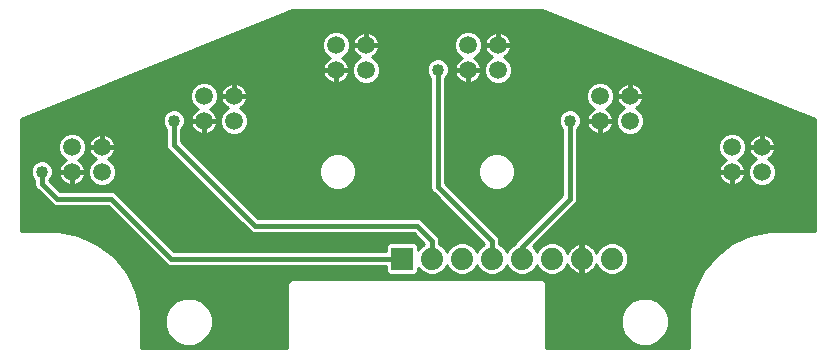
<source format=gbl>
G75*
G70*
%OFA0B0*%
%FSLAX24Y24*%
%IPPOS*%
%LPD*%
%AMOC8*
5,1,8,0,0,1.08239X$1,22.5*
%
%ADD10C,0.0594*%
%ADD11R,0.0740X0.0740*%
%ADD12C,0.0740*%
%ADD13C,0.0160*%
%ADD14C,0.0100*%
%ADD15C,0.0400*%
%ADD16C,0.0080*%
D10*
X008133Y010890D03*
X009133Y010890D03*
X009133Y011720D03*
X008133Y011720D03*
X012533Y012590D03*
X013533Y012590D03*
X013533Y013420D03*
X012533Y013420D03*
X016933Y014290D03*
X017933Y014290D03*
X017933Y015120D03*
X016933Y015120D03*
X021333Y015120D03*
X022333Y015120D03*
X022333Y014290D03*
X021333Y014290D03*
X025733Y013420D03*
X026733Y013420D03*
X026733Y012590D03*
X025733Y012590D03*
X030133Y011720D03*
X031133Y011720D03*
X031133Y010890D03*
X030133Y010890D03*
D11*
X019133Y008000D03*
D12*
X020133Y008000D03*
X021133Y008000D03*
X022133Y008000D03*
X023133Y008000D03*
X024133Y008000D03*
X025133Y008000D03*
X026133Y008000D03*
D13*
X024733Y010000D02*
X023133Y008400D01*
X023133Y008000D01*
X022133Y008000D02*
X022133Y008600D01*
X020333Y010400D01*
X020333Y014300D01*
X018633Y012600D02*
X014733Y012600D01*
X011533Y012600D02*
X011533Y011800D01*
X014233Y009100D01*
X019633Y009100D01*
X020133Y008600D01*
X020133Y008000D01*
X019133Y008000D02*
X011433Y008000D01*
X009433Y010000D01*
X007633Y010000D01*
X007133Y010500D01*
X007133Y010900D01*
X024733Y010000D02*
X024733Y012600D01*
D14*
X010453Y005811D02*
X010453Y005020D01*
X015313Y005020D01*
X015313Y007191D01*
X015442Y007320D01*
X023824Y007320D01*
X023953Y007191D01*
X023953Y005020D01*
X028713Y005020D01*
X028713Y005911D01*
X028712Y005913D01*
X028713Y006002D01*
X028713Y006091D01*
X028715Y006093D01*
X028719Y006339D01*
X028719Y006339D01*
X028880Y006988D01*
X028880Y006988D01*
X029182Y007586D01*
X029182Y007586D01*
X029608Y008102D01*
X029608Y008102D01*
X029608Y008102D01*
X030139Y008510D01*
X030139Y008510D01*
X030748Y008789D01*
X030748Y008789D01*
X031403Y008926D01*
X031735Y008920D01*
X032913Y008920D01*
X032913Y012651D01*
X023791Y016280D01*
X015476Y016280D01*
X006453Y012651D01*
X006453Y008920D01*
X007331Y008920D01*
X007675Y008926D01*
X007675Y008926D01*
X008353Y008784D01*
X008353Y008784D01*
X008981Y008495D01*
X008981Y008495D01*
X009530Y008073D01*
X009530Y008073D01*
X009530Y008073D01*
X009970Y007540D01*
X009970Y007540D01*
X010281Y006922D01*
X010281Y006922D01*
X010447Y006250D01*
X010447Y006250D01*
X010452Y005993D01*
X010453Y005991D01*
X010453Y005902D01*
X010455Y005813D01*
X010453Y005811D01*
X010453Y005785D02*
X011233Y005785D01*
X011233Y005741D02*
X011355Y005447D01*
X011580Y005222D01*
X011874Y005100D01*
X012192Y005100D01*
X012486Y005222D01*
X012711Y005447D01*
X012833Y005741D01*
X012833Y006059D01*
X012711Y006353D01*
X012486Y006578D01*
X012192Y006700D01*
X011874Y006700D01*
X011580Y006578D01*
X011355Y006353D01*
X011233Y006059D01*
X011233Y005741D01*
X011256Y005687D02*
X010453Y005687D01*
X010453Y005588D02*
X011297Y005588D01*
X011338Y005490D02*
X010453Y005490D01*
X010453Y005391D02*
X011411Y005391D01*
X011510Y005293D02*
X010453Y005293D01*
X010453Y005194D02*
X011647Y005194D01*
X012419Y005194D02*
X015313Y005194D01*
X015313Y005096D02*
X010453Y005096D01*
X010454Y005884D02*
X011233Y005884D01*
X011233Y005982D02*
X010453Y005982D01*
X010450Y006081D02*
X011242Y006081D01*
X011283Y006179D02*
X010448Y006179D01*
X010440Y006278D02*
X011324Y006278D01*
X011378Y006376D02*
X010416Y006376D01*
X010392Y006475D02*
X011477Y006475D01*
X011575Y006573D02*
X010367Y006573D01*
X010343Y006672D02*
X011806Y006672D01*
X012261Y006672D02*
X015313Y006672D01*
X015313Y006770D02*
X010319Y006770D01*
X010295Y006869D02*
X015313Y006869D01*
X015313Y006967D02*
X010259Y006967D01*
X010209Y007066D02*
X015313Y007066D01*
X015313Y007164D02*
X010159Y007164D01*
X010110Y007263D02*
X015385Y007263D01*
X015313Y006573D02*
X012492Y006573D01*
X012590Y006475D02*
X015313Y006475D01*
X015313Y006376D02*
X012689Y006376D01*
X012743Y006278D02*
X015313Y006278D01*
X015313Y006179D02*
X012784Y006179D01*
X012824Y006081D02*
X015313Y006081D01*
X015313Y005982D02*
X012833Y005982D01*
X012833Y005884D02*
X015313Y005884D01*
X015313Y005785D02*
X012833Y005785D01*
X012811Y005687D02*
X015313Y005687D01*
X015313Y005588D02*
X012770Y005588D01*
X012729Y005490D02*
X015313Y005490D01*
X015313Y005391D02*
X012656Y005391D01*
X012557Y005293D02*
X015313Y005293D01*
X018593Y007560D02*
X018693Y007460D01*
X019574Y007460D01*
X019673Y007560D01*
X019673Y007699D01*
X019676Y007694D01*
X019827Y007542D01*
X020026Y007460D01*
X020241Y007460D01*
X020439Y007542D01*
X020591Y007694D01*
X020633Y007796D01*
X020676Y007694D01*
X020827Y007542D01*
X021026Y007460D01*
X021241Y007460D01*
X021439Y007542D01*
X021591Y007694D01*
X021633Y007796D01*
X021676Y007694D01*
X021827Y007542D01*
X022026Y007460D01*
X022241Y007460D01*
X022439Y007542D01*
X022591Y007694D01*
X022633Y007796D01*
X022676Y007694D01*
X022827Y007542D01*
X023026Y007460D01*
X023241Y007460D01*
X023439Y007542D01*
X023591Y007694D01*
X023633Y007796D01*
X023676Y007694D01*
X023827Y007542D01*
X024026Y007460D01*
X024241Y007460D01*
X024439Y007542D01*
X024591Y007694D01*
X024644Y007822D01*
X024651Y007800D01*
X024689Y007727D01*
X024737Y007661D01*
X024795Y007603D01*
X024861Y007555D01*
X024934Y007518D01*
X025012Y007493D01*
X025083Y007481D01*
X025083Y007950D01*
X025183Y007950D01*
X025183Y007481D01*
X025255Y007493D01*
X025333Y007518D01*
X025406Y007555D01*
X025472Y007603D01*
X025530Y007661D01*
X025578Y007727D01*
X025615Y007800D01*
X025622Y007822D01*
X025676Y007694D01*
X025827Y007542D01*
X026026Y007460D01*
X026241Y007460D01*
X026439Y007542D01*
X026591Y007694D01*
X026673Y007893D01*
X026673Y008107D01*
X026591Y008306D01*
X026439Y008458D01*
X026241Y008540D01*
X026026Y008540D01*
X025827Y008458D01*
X025676Y008306D01*
X025622Y008178D01*
X025615Y008200D01*
X025578Y008273D01*
X025530Y008339D01*
X025472Y008397D01*
X025406Y008445D01*
X025333Y008482D01*
X025255Y008507D01*
X025183Y008519D01*
X025183Y008050D01*
X025083Y008050D01*
X025083Y008519D01*
X025012Y008507D01*
X024934Y008482D01*
X024861Y008445D01*
X024795Y008397D01*
X024737Y008339D01*
X024689Y008273D01*
X024651Y008200D01*
X024644Y008178D01*
X024591Y008306D01*
X024439Y008458D01*
X024241Y008540D01*
X024026Y008540D01*
X023827Y008458D01*
X023676Y008306D01*
X023633Y008204D01*
X023591Y008306D01*
X023492Y008405D01*
X024875Y009788D01*
X024945Y009858D01*
X024983Y009950D01*
X024983Y012327D01*
X025047Y012390D01*
X025103Y012526D01*
X025103Y012674D01*
X025047Y012810D01*
X024943Y012914D01*
X024807Y012970D01*
X024660Y012970D01*
X024524Y012914D01*
X024420Y012810D01*
X024363Y012674D01*
X024363Y012526D01*
X024420Y012390D01*
X024483Y012327D01*
X024483Y010104D01*
X022921Y008542D01*
X022899Y008487D01*
X022827Y008458D01*
X022676Y008306D01*
X022633Y008204D01*
X022591Y008306D01*
X022439Y008458D01*
X022383Y008481D01*
X022383Y008650D01*
X022345Y008742D01*
X022275Y008812D01*
X020583Y010504D01*
X020583Y014027D01*
X020647Y014090D01*
X020703Y014226D01*
X020703Y014374D01*
X020647Y014510D01*
X020543Y014614D01*
X020407Y014670D01*
X020260Y014670D01*
X020124Y014614D01*
X020020Y014510D01*
X019963Y014374D01*
X019963Y014226D01*
X020020Y014090D01*
X020083Y014027D01*
X020083Y010350D01*
X020121Y010258D01*
X020192Y010188D01*
X021883Y008496D01*
X021883Y008481D01*
X021827Y008458D01*
X021676Y008306D01*
X021633Y008204D01*
X021591Y008306D01*
X021439Y008458D01*
X021241Y008540D01*
X021026Y008540D01*
X020827Y008458D01*
X020676Y008306D01*
X020633Y008204D01*
X020591Y008306D01*
X020439Y008458D01*
X020383Y008481D01*
X020383Y008650D01*
X020345Y008742D01*
X020275Y008812D01*
X019775Y009312D01*
X019683Y009350D01*
X014337Y009350D01*
X011783Y011904D01*
X011783Y012327D01*
X011847Y012390D01*
X011903Y012526D01*
X011903Y012674D01*
X011847Y012810D01*
X011743Y012914D01*
X011607Y012970D01*
X011460Y012970D01*
X011324Y012914D01*
X011220Y012810D01*
X011163Y012674D01*
X011163Y012526D01*
X011220Y012390D01*
X011283Y012327D01*
X011283Y011750D01*
X011321Y011658D01*
X014092Y008888D01*
X014184Y008850D01*
X019530Y008850D01*
X019883Y008496D01*
X019883Y008481D01*
X019827Y008458D01*
X019676Y008306D01*
X019673Y008301D01*
X019673Y008440D01*
X019574Y008540D01*
X018693Y008540D01*
X018593Y008440D01*
X018593Y008250D01*
X011537Y008250D01*
X009575Y010212D01*
X009483Y010250D01*
X009384Y010250D01*
X007737Y010250D01*
X007383Y010604D01*
X007383Y010627D01*
X007447Y010690D01*
X007503Y010826D01*
X007503Y010974D01*
X007447Y011110D01*
X007343Y011214D01*
X007207Y011270D01*
X007060Y011270D01*
X006924Y011214D01*
X006820Y011110D01*
X006763Y010974D01*
X006763Y010826D01*
X006820Y010690D01*
X006883Y010627D01*
X006883Y010450D01*
X006921Y010358D01*
X006992Y010288D01*
X007492Y009788D01*
X007584Y009750D01*
X009330Y009750D01*
X011292Y007788D01*
X011384Y007750D01*
X018593Y007750D01*
X018593Y007560D01*
X018595Y007558D02*
X009955Y007558D01*
X010011Y007460D02*
X029118Y007460D01*
X029167Y007558D02*
X026455Y007558D01*
X026554Y007657D02*
X029240Y007657D01*
X029321Y007755D02*
X026616Y007755D01*
X026657Y007854D02*
X029403Y007854D01*
X029484Y007952D02*
X026673Y007952D01*
X026673Y008051D02*
X029566Y008051D01*
X029670Y008149D02*
X026656Y008149D01*
X026615Y008248D02*
X029798Y008248D01*
X029926Y008346D02*
X026551Y008346D01*
X026452Y008445D02*
X030055Y008445D01*
X030212Y008543D02*
X023630Y008543D01*
X023728Y008642D02*
X030426Y008642D01*
X030641Y008740D02*
X023827Y008740D01*
X023925Y008839D02*
X030984Y008839D01*
X031403Y008926D02*
X031403Y008926D01*
X032913Y008937D02*
X024024Y008937D01*
X024122Y009036D02*
X032913Y009036D01*
X032913Y009134D02*
X024221Y009134D01*
X024319Y009233D02*
X032913Y009233D01*
X032913Y009331D02*
X024418Y009331D01*
X024516Y009430D02*
X032913Y009430D01*
X032913Y009528D02*
X024615Y009528D01*
X024713Y009627D02*
X032913Y009627D01*
X032913Y009725D02*
X024812Y009725D01*
X024910Y009824D02*
X032913Y009824D01*
X032913Y009922D02*
X024972Y009922D01*
X024983Y010021D02*
X032913Y010021D01*
X032913Y010119D02*
X024983Y010119D01*
X024983Y010218D02*
X032913Y010218D01*
X032913Y010316D02*
X024983Y010316D01*
X024983Y010415D02*
X032913Y010415D01*
X032913Y010513D02*
X031417Y010513D01*
X031398Y010494D02*
X031529Y010625D01*
X031600Y010797D01*
X031600Y010983D01*
X031529Y011155D01*
X031398Y011286D01*
X031326Y011316D01*
X031368Y011338D01*
X031425Y011379D01*
X031474Y011429D01*
X031516Y011486D01*
X031548Y011548D01*
X031569Y011615D01*
X031580Y011681D01*
X031172Y011681D01*
X031172Y011759D01*
X031095Y011759D01*
X031095Y012167D01*
X031029Y012156D01*
X030962Y012134D01*
X030899Y012102D01*
X030842Y012061D01*
X030792Y012011D01*
X030751Y011954D01*
X030719Y011892D01*
X030568Y011892D01*
X030600Y011813D02*
X030529Y011985D01*
X030398Y012116D01*
X030226Y012187D01*
X030040Y012187D01*
X029869Y012116D01*
X029737Y011985D01*
X029666Y011813D01*
X029666Y011627D01*
X029737Y011455D01*
X029869Y011324D01*
X029941Y011294D01*
X029899Y011272D01*
X029842Y011231D01*
X029792Y011181D01*
X029751Y011124D01*
X029719Y011062D01*
X029697Y010995D01*
X029687Y010929D01*
X030095Y010929D01*
X030095Y010851D01*
X030172Y010851D01*
X030172Y010443D01*
X030238Y010454D01*
X030305Y010476D01*
X030368Y010508D01*
X030425Y010549D01*
X030474Y010599D01*
X030516Y010656D01*
X030548Y010718D01*
X030569Y010785D01*
X030580Y010851D01*
X030172Y010851D01*
X030172Y010929D01*
X030580Y010929D01*
X030569Y010995D01*
X030548Y011062D01*
X030516Y011124D01*
X030474Y011181D01*
X030425Y011231D01*
X030368Y011272D01*
X030326Y011294D01*
X030398Y011324D01*
X030529Y011455D01*
X030600Y011627D01*
X030600Y011813D01*
X030600Y011794D02*
X030692Y011794D01*
X030697Y011825D02*
X030687Y011759D01*
X031095Y011759D01*
X031095Y011681D01*
X030687Y011681D01*
X030697Y011615D01*
X030719Y011548D01*
X030751Y011486D01*
X030792Y011429D01*
X030842Y011379D01*
X030899Y011338D01*
X030941Y011316D01*
X030869Y011286D01*
X030737Y011155D01*
X030666Y010983D01*
X030666Y010797D01*
X030737Y010625D01*
X030869Y010494D01*
X031040Y010423D01*
X031226Y010423D01*
X031398Y010494D01*
X031516Y010612D02*
X032913Y010612D01*
X032913Y010710D02*
X031564Y010710D01*
X031600Y010809D02*
X032913Y010809D01*
X032913Y010907D02*
X031600Y010907D01*
X031591Y011006D02*
X032913Y011006D01*
X032913Y011104D02*
X031550Y011104D01*
X031481Y011203D02*
X032913Y011203D01*
X032913Y011301D02*
X031362Y011301D01*
X031445Y011400D02*
X032913Y011400D01*
X032913Y011498D02*
X031522Y011498D01*
X031563Y011597D02*
X032913Y011597D01*
X032913Y011695D02*
X031172Y011695D01*
X031172Y011759D02*
X031580Y011759D01*
X031569Y011825D01*
X031548Y011892D01*
X031516Y011954D01*
X031474Y012011D01*
X031425Y012061D01*
X031368Y012102D01*
X031305Y012134D01*
X031238Y012156D01*
X031172Y012167D01*
X031172Y011759D01*
X031172Y011794D02*
X031095Y011794D01*
X031095Y011892D02*
X031172Y011892D01*
X031172Y011991D02*
X031095Y011991D01*
X031095Y012089D02*
X031172Y012089D01*
X031386Y012089D02*
X032913Y012089D01*
X032913Y011991D02*
X031490Y011991D01*
X031548Y011892D02*
X032913Y011892D01*
X032913Y011794D02*
X031574Y011794D01*
X031095Y011695D02*
X030600Y011695D01*
X030588Y011597D02*
X030703Y011597D01*
X030745Y011498D02*
X030547Y011498D01*
X030474Y011400D02*
X030821Y011400D01*
X030905Y011301D02*
X030343Y011301D01*
X030453Y011203D02*
X030785Y011203D01*
X030716Y011104D02*
X030526Y011104D01*
X030566Y011006D02*
X030676Y011006D01*
X030666Y010907D02*
X030172Y010907D01*
X030095Y010907D02*
X024983Y010907D01*
X024983Y010809D02*
X029693Y010809D01*
X029697Y010785D02*
X029719Y010718D01*
X029751Y010656D01*
X029792Y010599D01*
X029842Y010549D01*
X029899Y010508D01*
X029962Y010476D01*
X030029Y010454D01*
X030095Y010443D01*
X030095Y010851D01*
X029687Y010851D01*
X029697Y010785D01*
X029723Y010710D02*
X024983Y010710D01*
X024983Y010612D02*
X029783Y010612D01*
X029891Y010513D02*
X024983Y010513D01*
X024483Y010513D02*
X022773Y010513D01*
X022809Y010549D02*
X022635Y010374D01*
X022407Y010280D01*
X022160Y010280D01*
X021932Y010374D01*
X021758Y010549D01*
X021663Y010777D01*
X021663Y011023D01*
X021758Y011251D01*
X021932Y011426D01*
X022160Y011520D01*
X022407Y011520D01*
X022635Y011426D01*
X022809Y011251D01*
X022903Y011023D01*
X022903Y010777D01*
X022809Y010549D01*
X022835Y010612D02*
X024483Y010612D01*
X024483Y010710D02*
X022876Y010710D01*
X022903Y010809D02*
X024483Y010809D01*
X024483Y010907D02*
X022903Y010907D01*
X022903Y011006D02*
X024483Y011006D01*
X024483Y011104D02*
X022870Y011104D01*
X022829Y011203D02*
X024483Y011203D01*
X024483Y011301D02*
X022759Y011301D01*
X022661Y011400D02*
X024483Y011400D01*
X024483Y011498D02*
X022460Y011498D01*
X022107Y011498D02*
X020583Y011498D01*
X020583Y011400D02*
X021906Y011400D01*
X021808Y011301D02*
X020583Y011301D01*
X020583Y011203D02*
X021738Y011203D01*
X021697Y011104D02*
X020583Y011104D01*
X020583Y011006D02*
X021663Y011006D01*
X021663Y010907D02*
X020583Y010907D01*
X020583Y010809D02*
X021663Y010809D01*
X021691Y010710D02*
X020583Y010710D01*
X020583Y010612D02*
X021732Y010612D01*
X021794Y010513D02*
X020583Y010513D01*
X020672Y010415D02*
X021892Y010415D01*
X022073Y010316D02*
X020771Y010316D01*
X020869Y010218D02*
X024483Y010218D01*
X024483Y010316D02*
X022494Y010316D01*
X022675Y010415D02*
X024483Y010415D01*
X024483Y010119D02*
X020968Y010119D01*
X021066Y010021D02*
X024400Y010021D01*
X024302Y009922D02*
X021165Y009922D01*
X021263Y009824D02*
X024203Y009824D01*
X024105Y009725D02*
X021362Y009725D01*
X021460Y009627D02*
X024006Y009627D01*
X023908Y009528D02*
X021559Y009528D01*
X021657Y009430D02*
X023809Y009430D01*
X023711Y009331D02*
X021756Y009331D01*
X021854Y009233D02*
X023612Y009233D01*
X023514Y009134D02*
X021953Y009134D01*
X022051Y009036D02*
X023415Y009036D01*
X023317Y008937D02*
X022150Y008937D01*
X022248Y008839D02*
X023218Y008839D01*
X023120Y008740D02*
X022346Y008740D01*
X022383Y008642D02*
X023021Y008642D01*
X022923Y008543D02*
X022383Y008543D01*
X022452Y008445D02*
X022814Y008445D01*
X022716Y008346D02*
X022551Y008346D01*
X022615Y008248D02*
X022651Y008248D01*
X021814Y008445D02*
X021452Y008445D01*
X021551Y008346D02*
X021716Y008346D01*
X021651Y008248D02*
X021615Y008248D01*
X021837Y008543D02*
X020383Y008543D01*
X020383Y008642D02*
X021738Y008642D01*
X021640Y008740D02*
X020346Y008740D01*
X020248Y008839D02*
X021541Y008839D01*
X021443Y008937D02*
X020150Y008937D01*
X020051Y009036D02*
X021344Y009036D01*
X021246Y009134D02*
X019953Y009134D01*
X019854Y009233D02*
X021147Y009233D01*
X021049Y009331D02*
X019729Y009331D01*
X019541Y008839D02*
X010948Y008839D01*
X010850Y008937D02*
X014043Y008937D01*
X013944Y009036D02*
X010751Y009036D01*
X010653Y009134D02*
X013846Y009134D01*
X013747Y009233D02*
X010554Y009233D01*
X010456Y009331D02*
X013649Y009331D01*
X013550Y009430D02*
X010357Y009430D01*
X010259Y009528D02*
X013452Y009528D01*
X013353Y009627D02*
X010160Y009627D01*
X010062Y009725D02*
X013255Y009725D01*
X013156Y009824D02*
X009963Y009824D01*
X009865Y009922D02*
X013058Y009922D01*
X012959Y010021D02*
X009766Y010021D01*
X009668Y010119D02*
X012861Y010119D01*
X012762Y010218D02*
X009561Y010218D01*
X009398Y010494D02*
X009226Y010423D01*
X009040Y010423D01*
X008869Y010494D01*
X008737Y010625D01*
X008666Y010797D01*
X008666Y010983D01*
X008737Y011155D01*
X008869Y011286D01*
X008941Y011316D01*
X008899Y011338D01*
X008842Y011379D01*
X008792Y011429D01*
X008751Y011486D01*
X008719Y011548D01*
X008697Y011615D01*
X008687Y011681D01*
X009095Y011681D01*
X009095Y011759D01*
X009095Y012167D01*
X009029Y012156D01*
X008962Y012134D01*
X008899Y012102D01*
X008842Y012061D01*
X008792Y012011D01*
X008751Y011954D01*
X008719Y011892D01*
X008568Y011892D01*
X008600Y011813D02*
X008529Y011985D01*
X008398Y012116D01*
X008226Y012187D01*
X008040Y012187D01*
X007869Y012116D01*
X007737Y011985D01*
X007666Y011813D01*
X007666Y011627D01*
X007737Y011455D01*
X007869Y011324D01*
X007941Y011294D01*
X007899Y011272D01*
X007842Y011231D01*
X007792Y011181D01*
X007751Y011124D01*
X007719Y011062D01*
X007697Y010995D01*
X007687Y010929D01*
X008095Y010929D01*
X008095Y010851D01*
X008172Y010851D01*
X008172Y010443D01*
X008238Y010454D01*
X008305Y010476D01*
X008368Y010508D01*
X008425Y010549D01*
X008474Y010599D01*
X008516Y010656D01*
X008548Y010718D01*
X008569Y010785D01*
X008580Y010851D01*
X008172Y010851D01*
X008172Y010929D01*
X008580Y010929D01*
X008569Y010995D01*
X008548Y011062D01*
X008516Y011124D01*
X008474Y011181D01*
X008425Y011231D01*
X008368Y011272D01*
X008326Y011294D01*
X008398Y011324D01*
X008529Y011455D01*
X008600Y011627D01*
X008600Y011813D01*
X008600Y011794D02*
X008692Y011794D01*
X008697Y011825D02*
X008687Y011759D01*
X009095Y011759D01*
X009172Y011759D01*
X009172Y012167D01*
X009238Y012156D01*
X009305Y012134D01*
X009368Y012102D01*
X009425Y012061D01*
X009474Y012011D01*
X009516Y011954D01*
X009548Y011892D01*
X009569Y011825D01*
X009580Y011759D01*
X009172Y011759D01*
X009172Y011681D01*
X009580Y011681D01*
X009569Y011615D01*
X009548Y011548D01*
X009516Y011486D01*
X009474Y011429D01*
X009425Y011379D01*
X009368Y011338D01*
X009326Y011316D01*
X009398Y011286D01*
X009529Y011155D01*
X009600Y010983D01*
X009600Y010797D01*
X009529Y010625D01*
X009398Y010494D01*
X009417Y010513D02*
X012467Y010513D01*
X012565Y010415D02*
X007572Y010415D01*
X007474Y010513D02*
X007891Y010513D01*
X007899Y010508D02*
X007962Y010476D01*
X008029Y010454D01*
X008095Y010443D01*
X008095Y010851D01*
X007687Y010851D01*
X007697Y010785D01*
X007719Y010718D01*
X007751Y010656D01*
X007792Y010599D01*
X007842Y010549D01*
X007899Y010508D01*
X007783Y010612D02*
X007383Y010612D01*
X007455Y010710D02*
X007723Y010710D01*
X007693Y010809D02*
X007496Y010809D01*
X007503Y010907D02*
X008095Y010907D01*
X008172Y010907D02*
X008666Y010907D01*
X008666Y010809D02*
X008573Y010809D01*
X008543Y010710D02*
X008702Y010710D01*
X008751Y010612D02*
X008484Y010612D01*
X008375Y010513D02*
X008850Y010513D01*
X008172Y010513D02*
X008095Y010513D01*
X008095Y010612D02*
X008172Y010612D01*
X008172Y010710D02*
X008095Y010710D01*
X008095Y010809D02*
X008172Y010809D01*
X008566Y011006D02*
X008676Y011006D01*
X008716Y011104D02*
X008526Y011104D01*
X008453Y011203D02*
X008785Y011203D01*
X008905Y011301D02*
X008343Y011301D01*
X008474Y011400D02*
X008821Y011400D01*
X008745Y011498D02*
X008547Y011498D01*
X008588Y011597D02*
X008703Y011597D01*
X008600Y011695D02*
X009095Y011695D01*
X009172Y011695D02*
X011306Y011695D01*
X011283Y011794D02*
X009574Y011794D01*
X009548Y011892D02*
X011283Y011892D01*
X011283Y011991D02*
X009490Y011991D01*
X009386Y012089D02*
X011283Y012089D01*
X011283Y012188D02*
X006453Y012188D01*
X006453Y012286D02*
X011283Y012286D01*
X011226Y012385D02*
X006453Y012385D01*
X006453Y012483D02*
X011181Y012483D01*
X011163Y012582D02*
X006453Y012582D01*
X006525Y012680D02*
X011166Y012680D01*
X011207Y012779D02*
X006770Y012779D01*
X007014Y012877D02*
X011287Y012877D01*
X011780Y012877D02*
X012189Y012877D01*
X012192Y012881D02*
X012151Y012824D01*
X012119Y012762D01*
X012097Y012695D01*
X012087Y012629D01*
X012495Y012629D01*
X012495Y012551D01*
X012572Y012551D01*
X012572Y012143D01*
X012638Y012154D01*
X012705Y012176D01*
X012768Y012208D01*
X012825Y012249D01*
X012874Y012299D01*
X012916Y012356D01*
X012948Y012418D01*
X012969Y012485D01*
X012980Y012551D01*
X012572Y012551D01*
X012572Y012629D01*
X012980Y012629D01*
X012969Y012695D01*
X012948Y012762D01*
X012916Y012824D01*
X012874Y012881D01*
X012825Y012931D01*
X012768Y012972D01*
X012726Y012994D01*
X012798Y013024D01*
X012929Y013155D01*
X013000Y013327D01*
X013000Y013513D01*
X012929Y013685D01*
X012798Y013816D01*
X012626Y013887D01*
X012440Y013887D01*
X012269Y013816D01*
X012137Y013685D01*
X012066Y013513D01*
X012066Y013327D01*
X012137Y013155D01*
X012269Y013024D01*
X012341Y012994D01*
X012299Y012972D01*
X012242Y012931D01*
X012192Y012881D01*
X012128Y012779D02*
X011860Y012779D01*
X011901Y012680D02*
X012095Y012680D01*
X012087Y012551D02*
X012097Y012485D01*
X012119Y012418D01*
X012151Y012356D01*
X012192Y012299D01*
X012242Y012249D01*
X012299Y012208D01*
X012362Y012176D01*
X012429Y012154D01*
X012495Y012143D01*
X012495Y012551D01*
X012087Y012551D01*
X012098Y012483D02*
X011885Y012483D01*
X011903Y012582D02*
X012495Y012582D01*
X012572Y012582D02*
X013066Y012582D01*
X013066Y012497D02*
X013137Y012325D01*
X013269Y012194D01*
X013440Y012123D01*
X013626Y012123D01*
X013798Y012194D01*
X013929Y012325D01*
X014000Y012497D01*
X014000Y012683D01*
X013929Y012855D01*
X013798Y012986D01*
X013726Y013016D01*
X013768Y013038D01*
X013825Y013079D01*
X013874Y013129D01*
X013916Y013186D01*
X013948Y013248D01*
X013969Y013315D01*
X013980Y013381D01*
X013572Y013381D01*
X013572Y013459D01*
X013495Y013459D01*
X013495Y013867D01*
X013429Y013856D01*
X013362Y013834D01*
X013299Y013802D01*
X013242Y013761D01*
X013192Y013711D01*
X013151Y013654D01*
X013119Y013592D01*
X013097Y013525D01*
X013087Y013459D01*
X013495Y013459D01*
X013495Y013381D01*
X013087Y013381D01*
X013097Y013315D01*
X013119Y013248D01*
X013151Y013186D01*
X013192Y013129D01*
X013242Y013079D01*
X013299Y013038D01*
X013341Y013016D01*
X013269Y012986D01*
X013137Y012855D01*
X013066Y012683D01*
X013066Y012497D01*
X013072Y012483D02*
X012969Y012483D01*
X012930Y012385D02*
X013113Y012385D01*
X013177Y012286D02*
X012862Y012286D01*
X012728Y012188D02*
X013284Y012188D01*
X012572Y012188D02*
X012495Y012188D01*
X012495Y012286D02*
X012572Y012286D01*
X012572Y012385D02*
X012495Y012385D01*
X012495Y012483D02*
X012572Y012483D01*
X012338Y012188D02*
X011783Y012188D01*
X011783Y012286D02*
X012205Y012286D01*
X012136Y012385D02*
X011841Y012385D01*
X011783Y012089D02*
X020083Y012089D01*
X020083Y011991D02*
X011783Y011991D01*
X011795Y011892D02*
X020083Y011892D01*
X020083Y011794D02*
X011893Y011794D01*
X011992Y011695D02*
X020083Y011695D01*
X020083Y011597D02*
X012090Y011597D01*
X012189Y011498D02*
X016807Y011498D01*
X016860Y011520D02*
X016632Y011426D01*
X016458Y011251D01*
X016363Y011023D01*
X016363Y010777D01*
X016458Y010549D01*
X016632Y010374D01*
X016860Y010280D01*
X017107Y010280D01*
X017335Y010374D01*
X017509Y010549D01*
X017603Y010777D01*
X017603Y011023D01*
X017509Y011251D01*
X017335Y011426D01*
X017107Y011520D01*
X016860Y011520D01*
X016606Y011400D02*
X012287Y011400D01*
X012386Y011301D02*
X016508Y011301D01*
X016438Y011203D02*
X012484Y011203D01*
X012583Y011104D02*
X016397Y011104D01*
X016363Y011006D02*
X012681Y011006D01*
X012780Y010907D02*
X016363Y010907D01*
X016363Y010809D02*
X012878Y010809D01*
X012977Y010710D02*
X016391Y010710D01*
X016432Y010612D02*
X013075Y010612D01*
X013174Y010513D02*
X016494Y010513D01*
X016592Y010415D02*
X013272Y010415D01*
X013371Y010316D02*
X016773Y010316D01*
X017194Y010316D02*
X020098Y010316D01*
X020083Y010415D02*
X017375Y010415D01*
X017473Y010513D02*
X020083Y010513D01*
X020083Y010612D02*
X017535Y010612D01*
X017576Y010710D02*
X020083Y010710D01*
X020083Y010809D02*
X017603Y010809D01*
X017603Y010907D02*
X020083Y010907D01*
X020083Y011006D02*
X017603Y011006D01*
X017570Y011104D02*
X020083Y011104D01*
X020083Y011203D02*
X017529Y011203D01*
X017459Y011301D02*
X020083Y011301D01*
X020083Y011400D02*
X017361Y011400D01*
X017160Y011498D02*
X020083Y011498D01*
X020583Y011597D02*
X024483Y011597D01*
X024483Y011695D02*
X020583Y011695D01*
X020583Y011794D02*
X024483Y011794D01*
X024483Y011892D02*
X020583Y011892D01*
X020583Y011991D02*
X024483Y011991D01*
X024483Y012089D02*
X020583Y012089D01*
X020583Y012188D02*
X024483Y012188D01*
X024483Y012286D02*
X020583Y012286D01*
X020583Y012385D02*
X024426Y012385D01*
X024381Y012483D02*
X020583Y012483D01*
X020583Y012582D02*
X024363Y012582D01*
X024366Y012680D02*
X020583Y012680D01*
X020583Y012779D02*
X024407Y012779D01*
X024487Y012877D02*
X020583Y012877D01*
X020583Y012976D02*
X025505Y012976D01*
X025499Y012972D02*
X025442Y012931D01*
X025392Y012881D01*
X025351Y012824D01*
X025319Y012762D01*
X025297Y012695D01*
X025287Y012629D01*
X025695Y012629D01*
X025695Y012551D01*
X025772Y012551D01*
X025772Y012143D01*
X025838Y012154D01*
X025905Y012176D01*
X025968Y012208D01*
X026025Y012249D01*
X026074Y012299D01*
X026116Y012356D01*
X026148Y012418D01*
X026169Y012485D01*
X026180Y012551D01*
X025772Y012551D01*
X025772Y012629D01*
X026180Y012629D01*
X026169Y012695D01*
X026148Y012762D01*
X026116Y012824D01*
X026074Y012881D01*
X026025Y012931D01*
X025968Y012972D01*
X025926Y012994D01*
X025998Y013024D01*
X026129Y013155D01*
X026200Y013327D01*
X026200Y013513D01*
X026129Y013685D01*
X025998Y013816D01*
X025826Y013887D01*
X025640Y013887D01*
X025469Y013816D01*
X025337Y013685D01*
X025266Y013513D01*
X025266Y013327D01*
X025337Y013155D01*
X025469Y013024D01*
X025541Y012994D01*
X025499Y012972D01*
X025419Y013074D02*
X020583Y013074D01*
X020583Y013173D02*
X025330Y013173D01*
X025289Y013271D02*
X020583Y013271D01*
X020583Y013370D02*
X025266Y013370D01*
X025266Y013468D02*
X020583Y013468D01*
X020583Y013567D02*
X025288Y013567D01*
X025329Y013665D02*
X020583Y013665D01*
X020583Y013764D02*
X025416Y013764D01*
X025580Y013862D02*
X022521Y013862D01*
X022598Y013894D02*
X022729Y014025D01*
X022800Y014197D01*
X022800Y014383D01*
X022729Y014555D01*
X022598Y014686D01*
X022526Y014716D01*
X022568Y014738D01*
X022625Y014779D01*
X022674Y014829D01*
X022716Y014886D01*
X022748Y014948D01*
X022769Y015015D01*
X022780Y015081D01*
X022372Y015081D01*
X022372Y015159D01*
X022295Y015159D01*
X022295Y015567D01*
X022229Y015556D01*
X022162Y015534D01*
X022099Y015502D01*
X022042Y015461D01*
X021992Y015411D01*
X021951Y015354D01*
X021919Y015292D01*
X021897Y015225D01*
X021887Y015159D01*
X022295Y015159D01*
X022295Y015081D01*
X021887Y015081D01*
X021897Y015015D01*
X021919Y014948D01*
X021951Y014886D01*
X021992Y014829D01*
X022042Y014779D01*
X022099Y014738D01*
X022141Y014716D01*
X022069Y014686D01*
X021937Y014555D01*
X021866Y014383D01*
X021866Y014197D01*
X021937Y014025D01*
X022069Y013894D01*
X022240Y013823D01*
X022426Y013823D01*
X022598Y013894D01*
X022665Y013961D02*
X029621Y013961D01*
X029374Y014059D02*
X022743Y014059D01*
X022784Y014158D02*
X029126Y014158D01*
X028878Y014256D02*
X022800Y014256D01*
X022800Y014355D02*
X028631Y014355D01*
X028383Y014453D02*
X022771Y014453D01*
X022731Y014552D02*
X028136Y014552D01*
X027888Y014650D02*
X022634Y014650D01*
X022583Y014749D02*
X027641Y014749D01*
X027393Y014847D02*
X022688Y014847D01*
X022746Y014946D02*
X027145Y014946D01*
X026898Y015044D02*
X022774Y015044D01*
X022780Y015159D02*
X022769Y015225D01*
X022748Y015292D01*
X022716Y015354D01*
X022674Y015411D01*
X022625Y015461D01*
X022568Y015502D01*
X022505Y015534D01*
X022438Y015556D01*
X022372Y015567D01*
X022372Y015159D01*
X022780Y015159D01*
X022764Y015241D02*
X026403Y015241D01*
X026650Y015143D02*
X022372Y015143D01*
X022295Y015143D02*
X021800Y015143D01*
X021800Y015213D02*
X021800Y015027D01*
X021729Y014855D01*
X021598Y014724D01*
X021526Y014694D01*
X021568Y014672D01*
X021625Y014631D01*
X021674Y014581D01*
X021716Y014524D01*
X021748Y014462D01*
X021769Y014395D01*
X021780Y014329D01*
X021372Y014329D01*
X021372Y014251D01*
X021372Y013843D01*
X021438Y013854D01*
X021505Y013876D01*
X021568Y013908D01*
X021625Y013949D01*
X021674Y013999D01*
X021716Y014056D01*
X021748Y014118D01*
X021769Y014185D01*
X021780Y014251D01*
X021372Y014251D01*
X021295Y014251D01*
X021295Y013843D01*
X021229Y013854D01*
X021162Y013876D01*
X021099Y013908D01*
X021042Y013949D01*
X020992Y013999D01*
X020951Y014056D01*
X020919Y014118D01*
X020897Y014185D01*
X020887Y014251D01*
X021295Y014251D01*
X021295Y014329D01*
X020887Y014329D01*
X020897Y014395D01*
X020919Y014462D01*
X020951Y014524D01*
X020992Y014581D01*
X021042Y014631D01*
X021099Y014672D01*
X021141Y014694D01*
X021069Y014724D01*
X020937Y014855D01*
X020866Y015027D01*
X020866Y015213D01*
X020937Y015385D01*
X021069Y015516D01*
X021240Y015587D01*
X021426Y015587D01*
X021598Y015516D01*
X021729Y015385D01*
X021800Y015213D01*
X021789Y015241D02*
X021902Y015241D01*
X021943Y015340D02*
X021748Y015340D01*
X021676Y015438D02*
X022019Y015438D01*
X022168Y015537D02*
X021549Y015537D01*
X021118Y015537D02*
X018098Y015537D01*
X018105Y015534D02*
X018038Y015556D01*
X017972Y015567D01*
X017972Y015159D01*
X017895Y015159D01*
X017895Y015567D01*
X017829Y015556D01*
X017762Y015534D01*
X017699Y015502D01*
X017642Y015461D01*
X017592Y015411D01*
X017551Y015354D01*
X017519Y015292D01*
X017497Y015225D01*
X017487Y015159D01*
X017895Y015159D01*
X017895Y015081D01*
X017487Y015081D01*
X017497Y015015D01*
X017519Y014948D01*
X017551Y014886D01*
X017592Y014829D01*
X017642Y014779D01*
X017699Y014738D01*
X017741Y014716D01*
X017669Y014686D01*
X017537Y014555D01*
X017466Y014383D01*
X017466Y014197D01*
X017537Y014025D01*
X017669Y013894D01*
X017840Y013823D01*
X018026Y013823D01*
X018198Y013894D01*
X018329Y014025D01*
X018400Y014197D01*
X018400Y014383D01*
X018329Y014555D01*
X018198Y014686D01*
X018126Y014716D01*
X018168Y014738D01*
X018225Y014779D01*
X018274Y014829D01*
X018316Y014886D01*
X018348Y014948D01*
X018369Y015015D01*
X018380Y015081D01*
X017972Y015081D01*
X017972Y015159D01*
X018380Y015159D01*
X018369Y015225D01*
X018348Y015292D01*
X018316Y015354D01*
X018274Y015411D01*
X018225Y015461D01*
X018168Y015502D01*
X018105Y015534D01*
X017972Y015537D02*
X017895Y015537D01*
X017895Y015438D02*
X017972Y015438D01*
X017972Y015340D02*
X017895Y015340D01*
X017895Y015241D02*
X017972Y015241D01*
X017972Y015143D02*
X020866Y015143D01*
X020878Y015241D02*
X018364Y015241D01*
X018323Y015340D02*
X020919Y015340D01*
X020991Y015438D02*
X018248Y015438D01*
X017768Y015537D02*
X017149Y015537D01*
X017198Y015516D02*
X017026Y015587D01*
X016840Y015587D01*
X016669Y015516D01*
X016537Y015385D01*
X016466Y015213D01*
X016466Y015027D01*
X016537Y014855D01*
X016669Y014724D01*
X016741Y014694D01*
X016699Y014672D01*
X016642Y014631D01*
X016592Y014581D01*
X016551Y014524D01*
X016519Y014462D01*
X016497Y014395D01*
X016487Y014329D01*
X016895Y014329D01*
X016895Y014251D01*
X016972Y014251D01*
X016972Y013843D01*
X017038Y013854D01*
X017105Y013876D01*
X017168Y013908D01*
X017225Y013949D01*
X017274Y013999D01*
X017316Y014056D01*
X017348Y014118D01*
X017369Y014185D01*
X017380Y014251D01*
X016972Y014251D01*
X016972Y014329D01*
X017380Y014329D01*
X017369Y014395D01*
X017348Y014462D01*
X017316Y014524D01*
X017274Y014581D01*
X017225Y014631D01*
X017168Y014672D01*
X017126Y014694D01*
X017198Y014724D01*
X017329Y014855D01*
X017400Y015027D01*
X017400Y015213D01*
X017329Y015385D01*
X017198Y015516D01*
X017276Y015438D02*
X017619Y015438D01*
X017543Y015340D02*
X017348Y015340D01*
X017389Y015241D02*
X017502Y015241D01*
X017400Y015143D02*
X017895Y015143D01*
X017493Y015044D02*
X017400Y015044D01*
X017367Y014946D02*
X017520Y014946D01*
X017579Y014847D02*
X017321Y014847D01*
X017223Y014749D02*
X017684Y014749D01*
X017633Y014650D02*
X017199Y014650D01*
X017296Y014552D02*
X017536Y014552D01*
X017495Y014453D02*
X017351Y014453D01*
X017376Y014355D02*
X017466Y014355D01*
X017466Y014256D02*
X016972Y014256D01*
X016895Y014256D02*
X010443Y014256D01*
X010198Y014158D02*
X016506Y014158D01*
X016497Y014185D02*
X016519Y014118D01*
X016551Y014056D01*
X016592Y013999D01*
X016642Y013949D01*
X016699Y013908D01*
X016762Y013876D01*
X016829Y013854D01*
X016895Y013843D01*
X016895Y014251D01*
X016487Y014251D01*
X016497Y014185D01*
X016549Y014059D02*
X009953Y014059D01*
X009709Y013961D02*
X016630Y013961D01*
X016803Y013862D02*
X013601Y013862D01*
X013572Y013862D02*
X013495Y013862D01*
X013466Y013862D02*
X012687Y013862D01*
X012850Y013764D02*
X013245Y013764D01*
X013159Y013665D02*
X012937Y013665D01*
X012978Y013567D02*
X013111Y013567D01*
X013088Y013468D02*
X013000Y013468D01*
X013000Y013370D02*
X013089Y013370D01*
X013112Y013271D02*
X012977Y013271D01*
X012936Y013173D02*
X013160Y013173D01*
X013249Y013074D02*
X012848Y013074D01*
X012762Y012976D02*
X013258Y012976D01*
X013160Y012877D02*
X012878Y012877D01*
X012939Y012779D02*
X013106Y012779D01*
X013066Y012680D02*
X012972Y012680D01*
X012305Y012976D02*
X007259Y012976D01*
X007504Y013074D02*
X012219Y013074D01*
X012130Y013173D02*
X007749Y013173D01*
X007994Y013271D02*
X012089Y013271D01*
X012066Y013370D02*
X008239Y013370D01*
X008484Y013468D02*
X012066Y013468D01*
X012088Y013567D02*
X008729Y013567D01*
X008974Y013665D02*
X012129Y013665D01*
X012216Y013764D02*
X009219Y013764D01*
X009464Y013862D02*
X012380Y013862D01*
X013495Y013764D02*
X013572Y013764D01*
X013572Y013665D02*
X013495Y013665D01*
X013495Y013567D02*
X013572Y013567D01*
X013572Y013468D02*
X013495Y013468D01*
X013572Y013459D02*
X013572Y013867D01*
X013638Y013856D01*
X013705Y013834D01*
X013768Y013802D01*
X013825Y013761D01*
X013874Y013711D01*
X013916Y013654D01*
X013948Y013592D01*
X013969Y013525D01*
X013980Y013459D01*
X013572Y013459D01*
X013956Y013567D02*
X020083Y013567D01*
X020083Y013665D02*
X013908Y013665D01*
X013821Y013764D02*
X020083Y013764D01*
X020083Y013862D02*
X018121Y013862D01*
X018265Y013961D02*
X020083Y013961D01*
X020051Y014059D02*
X018343Y014059D01*
X018384Y014158D02*
X019992Y014158D01*
X019963Y014256D02*
X018400Y014256D01*
X018400Y014355D02*
X019963Y014355D01*
X019996Y014453D02*
X018371Y014453D01*
X018331Y014552D02*
X020062Y014552D01*
X020212Y014650D02*
X018234Y014650D01*
X018183Y014749D02*
X021044Y014749D01*
X021068Y014650D02*
X020455Y014650D01*
X020605Y014552D02*
X020971Y014552D01*
X020916Y014453D02*
X020670Y014453D01*
X020703Y014355D02*
X020891Y014355D01*
X020906Y014158D02*
X020675Y014158D01*
X020703Y014256D02*
X021295Y014256D01*
X021372Y014256D02*
X021866Y014256D01*
X021866Y014355D02*
X021776Y014355D01*
X021751Y014453D02*
X021895Y014453D01*
X021936Y014552D02*
X021696Y014552D01*
X021599Y014650D02*
X022033Y014650D01*
X022084Y014749D02*
X021623Y014749D01*
X021721Y014847D02*
X021979Y014847D01*
X021920Y014946D02*
X021767Y014946D01*
X021800Y015044D02*
X021893Y015044D01*
X022295Y015241D02*
X022372Y015241D01*
X022372Y015340D02*
X022295Y015340D01*
X022295Y015438D02*
X022372Y015438D01*
X022372Y015537D02*
X022295Y015537D01*
X022498Y015537D02*
X025660Y015537D01*
X025412Y015635D02*
X013872Y015635D01*
X013627Y015537D02*
X016718Y015537D01*
X016591Y015438D02*
X013382Y015438D01*
X013137Y015340D02*
X016519Y015340D01*
X016478Y015241D02*
X012893Y015241D01*
X012648Y015143D02*
X016466Y015143D01*
X016466Y015044D02*
X012403Y015044D01*
X012158Y014946D02*
X016500Y014946D01*
X016546Y014847D02*
X011913Y014847D01*
X011668Y014749D02*
X016644Y014749D01*
X016668Y014650D02*
X011423Y014650D01*
X011178Y014552D02*
X016571Y014552D01*
X016516Y014453D02*
X010933Y014453D01*
X010688Y014355D02*
X016491Y014355D01*
X016895Y014158D02*
X016972Y014158D01*
X016972Y014059D02*
X016895Y014059D01*
X016895Y013961D02*
X016972Y013961D01*
X016972Y013862D02*
X016895Y013862D01*
X017063Y013862D02*
X017746Y013862D01*
X017602Y013961D02*
X017236Y013961D01*
X017318Y014059D02*
X017523Y014059D01*
X017483Y014158D02*
X017360Y014158D01*
X018288Y014847D02*
X020946Y014847D01*
X020900Y014946D02*
X018346Y014946D01*
X018374Y015044D02*
X020866Y015044D01*
X022648Y015438D02*
X025907Y015438D01*
X026155Y015340D02*
X022723Y015340D01*
X024174Y016128D02*
X015097Y016128D01*
X015342Y016226D02*
X023927Y016226D01*
X024422Y016029D02*
X014852Y016029D01*
X014607Y015931D02*
X024670Y015931D01*
X024917Y015832D02*
X014362Y015832D01*
X014117Y015734D02*
X025165Y015734D01*
X021883Y014158D02*
X021760Y014158D01*
X021718Y014059D02*
X021923Y014059D01*
X022002Y013961D02*
X021636Y013961D01*
X021463Y013862D02*
X022146Y013862D01*
X021372Y013862D02*
X021295Y013862D01*
X021203Y013862D02*
X020583Y013862D01*
X020583Y013961D02*
X021030Y013961D01*
X020949Y014059D02*
X020616Y014059D01*
X021295Y014059D02*
X021372Y014059D01*
X021372Y013961D02*
X021295Y013961D01*
X021295Y014158D02*
X021372Y014158D01*
X020083Y013468D02*
X013978Y013468D01*
X013978Y013370D02*
X020083Y013370D01*
X020083Y013271D02*
X013955Y013271D01*
X013906Y013173D02*
X020083Y013173D01*
X020083Y013074D02*
X013818Y013074D01*
X013808Y012976D02*
X020083Y012976D01*
X020083Y012877D02*
X013907Y012877D01*
X013961Y012779D02*
X020083Y012779D01*
X020083Y012680D02*
X014000Y012680D01*
X014000Y012582D02*
X020083Y012582D01*
X020083Y012483D02*
X013995Y012483D01*
X013954Y012385D02*
X020083Y012385D01*
X020083Y012286D02*
X013890Y012286D01*
X013782Y012188D02*
X020083Y012188D01*
X020162Y010218D02*
X013469Y010218D01*
X013568Y010119D02*
X020261Y010119D01*
X020359Y010021D02*
X013666Y010021D01*
X013765Y009922D02*
X020458Y009922D01*
X020556Y009824D02*
X013863Y009824D01*
X013962Y009725D02*
X020655Y009725D01*
X020753Y009627D02*
X014060Y009627D01*
X014159Y009528D02*
X020852Y009528D01*
X020950Y009430D02*
X014257Y009430D01*
X012664Y010316D02*
X007671Y010316D01*
X007259Y010021D02*
X006453Y010021D01*
X006453Y010119D02*
X007161Y010119D01*
X007062Y010218D02*
X006453Y010218D01*
X006453Y010316D02*
X006964Y010316D01*
X006898Y010415D02*
X006453Y010415D01*
X006453Y010513D02*
X006883Y010513D01*
X006883Y010612D02*
X006453Y010612D01*
X006453Y010710D02*
X006812Y010710D01*
X006771Y010809D02*
X006453Y010809D01*
X006453Y010907D02*
X006763Y010907D01*
X006777Y011006D02*
X006453Y011006D01*
X006453Y011104D02*
X006817Y011104D01*
X006913Y011203D02*
X006453Y011203D01*
X006453Y011301D02*
X007924Y011301D01*
X007813Y011203D02*
X007354Y011203D01*
X007449Y011104D02*
X007741Y011104D01*
X007701Y011006D02*
X007490Y011006D01*
X007793Y011400D02*
X006453Y011400D01*
X006453Y011498D02*
X007720Y011498D01*
X007679Y011597D02*
X006453Y011597D01*
X006453Y011695D02*
X007666Y011695D01*
X007666Y011794D02*
X006453Y011794D01*
X006453Y011892D02*
X007699Y011892D01*
X007743Y011991D02*
X006453Y011991D01*
X006453Y012089D02*
X007842Y012089D01*
X008425Y012089D02*
X008880Y012089D01*
X008777Y011991D02*
X008523Y011991D01*
X008719Y011892D02*
X008697Y011825D01*
X009095Y011794D02*
X009172Y011794D01*
X009172Y011892D02*
X009095Y011892D01*
X009095Y011991D02*
X009172Y011991D01*
X009172Y012089D02*
X009095Y012089D01*
X009563Y011597D02*
X011383Y011597D01*
X011482Y011498D02*
X009522Y011498D01*
X009445Y011400D02*
X011580Y011400D01*
X011679Y011301D02*
X009362Y011301D01*
X009481Y011203D02*
X011777Y011203D01*
X011876Y011104D02*
X009550Y011104D01*
X009591Y011006D02*
X011974Y011006D01*
X012073Y010907D02*
X009600Y010907D01*
X009600Y010809D02*
X012171Y010809D01*
X012270Y010710D02*
X009564Y010710D01*
X009516Y010612D02*
X012368Y010612D01*
X009552Y009528D02*
X006453Y009528D01*
X006453Y009430D02*
X009650Y009430D01*
X009749Y009331D02*
X006453Y009331D01*
X006453Y009233D02*
X009847Y009233D01*
X009946Y009134D02*
X006453Y009134D01*
X006453Y009036D02*
X010044Y009036D01*
X010143Y008937D02*
X006453Y008937D01*
X008092Y008839D02*
X010241Y008839D01*
X010340Y008740D02*
X008448Y008740D01*
X008662Y008642D02*
X010438Y008642D01*
X010537Y008543D02*
X008876Y008543D01*
X009046Y008445D02*
X010635Y008445D01*
X010734Y008346D02*
X009174Y008346D01*
X009302Y008248D02*
X010832Y008248D01*
X010931Y008149D02*
X009431Y008149D01*
X009548Y008051D02*
X011029Y008051D01*
X011128Y007952D02*
X009629Y007952D01*
X009711Y007854D02*
X011226Y007854D01*
X011372Y007755D02*
X009792Y007755D01*
X009874Y007657D02*
X018593Y007657D01*
X019673Y007657D02*
X019713Y007657D01*
X019672Y007558D02*
X019812Y007558D01*
X020455Y007558D02*
X020812Y007558D01*
X020713Y007657D02*
X020554Y007657D01*
X020616Y007755D02*
X020650Y007755D01*
X021455Y007558D02*
X021812Y007558D01*
X021713Y007657D02*
X021554Y007657D01*
X021616Y007755D02*
X021650Y007755D01*
X022455Y007558D02*
X022812Y007558D01*
X022713Y007657D02*
X022554Y007657D01*
X022616Y007755D02*
X022650Y007755D01*
X023455Y007558D02*
X023812Y007558D01*
X023713Y007657D02*
X023554Y007657D01*
X023616Y007755D02*
X023650Y007755D01*
X024455Y007558D02*
X024857Y007558D01*
X024741Y007657D02*
X024554Y007657D01*
X024616Y007755D02*
X024675Y007755D01*
X025083Y007755D02*
X025183Y007755D01*
X025183Y007657D02*
X025083Y007657D01*
X025083Y007558D02*
X025183Y007558D01*
X025410Y007558D02*
X025812Y007558D01*
X025713Y007657D02*
X025525Y007657D01*
X025592Y007755D02*
X025650Y007755D01*
X025183Y007854D02*
X025083Y007854D01*
X025083Y008051D02*
X025183Y008051D01*
X025183Y008149D02*
X025083Y008149D01*
X025083Y008248D02*
X025183Y008248D01*
X025183Y008346D02*
X025083Y008346D01*
X025083Y008445D02*
X025183Y008445D01*
X025406Y008445D02*
X025814Y008445D01*
X025716Y008346D02*
X025523Y008346D01*
X025591Y008248D02*
X025651Y008248D01*
X024860Y008445D02*
X024452Y008445D01*
X024551Y008346D02*
X024744Y008346D01*
X024676Y008248D02*
X024615Y008248D01*
X023814Y008445D02*
X023531Y008445D01*
X023551Y008346D02*
X023716Y008346D01*
X023651Y008248D02*
X023615Y008248D01*
X023882Y007263D02*
X029018Y007263D01*
X029068Y007361D02*
X010060Y007361D01*
X011342Y008445D02*
X018597Y008445D01*
X018593Y008346D02*
X011441Y008346D01*
X011244Y008543D02*
X019837Y008543D01*
X019814Y008445D02*
X019669Y008445D01*
X019673Y008346D02*
X019716Y008346D01*
X019738Y008642D02*
X011145Y008642D01*
X011047Y008740D02*
X019640Y008740D01*
X020452Y008445D02*
X020814Y008445D01*
X020716Y008346D02*
X020551Y008346D01*
X020615Y008248D02*
X020651Y008248D01*
X023953Y007164D02*
X028969Y007164D01*
X028919Y007066D02*
X023953Y007066D01*
X023953Y006967D02*
X028875Y006967D01*
X028851Y006869D02*
X023953Y006869D01*
X023953Y006770D02*
X028826Y006770D01*
X028802Y006672D02*
X027461Y006672D01*
X027392Y006700D02*
X027074Y006700D01*
X026780Y006578D01*
X026555Y006353D01*
X026433Y006059D01*
X026433Y005741D01*
X026555Y005447D01*
X026780Y005222D01*
X027074Y005100D01*
X027392Y005100D01*
X027686Y005222D01*
X027911Y005447D01*
X028033Y005741D01*
X028033Y006059D01*
X027911Y006353D01*
X027686Y006578D01*
X027392Y006700D01*
X027692Y006573D02*
X028777Y006573D01*
X028753Y006475D02*
X027790Y006475D01*
X027889Y006376D02*
X028729Y006376D01*
X028718Y006278D02*
X027943Y006278D01*
X027984Y006179D02*
X028717Y006179D01*
X028713Y006081D02*
X028024Y006081D01*
X028033Y005982D02*
X028713Y005982D01*
X028713Y005884D02*
X028033Y005884D01*
X028033Y005785D02*
X028713Y005785D01*
X028713Y005687D02*
X028011Y005687D01*
X027970Y005588D02*
X028713Y005588D01*
X028713Y005490D02*
X027929Y005490D01*
X027856Y005391D02*
X028713Y005391D01*
X028713Y005293D02*
X027757Y005293D01*
X027619Y005194D02*
X028713Y005194D01*
X028713Y005096D02*
X023953Y005096D01*
X023953Y005194D02*
X026847Y005194D01*
X026710Y005293D02*
X023953Y005293D01*
X023953Y005391D02*
X026611Y005391D01*
X026538Y005490D02*
X023953Y005490D01*
X023953Y005588D02*
X026497Y005588D01*
X026456Y005687D02*
X023953Y005687D01*
X023953Y005785D02*
X026433Y005785D01*
X026433Y005884D02*
X023953Y005884D01*
X023953Y005982D02*
X026433Y005982D01*
X026442Y006081D02*
X023953Y006081D01*
X023953Y006179D02*
X026483Y006179D01*
X026524Y006278D02*
X023953Y006278D01*
X023953Y006376D02*
X026578Y006376D01*
X026677Y006475D02*
X023953Y006475D01*
X023953Y006573D02*
X026775Y006573D01*
X027006Y006672D02*
X023953Y006672D01*
X030095Y010513D02*
X030172Y010513D01*
X030172Y010612D02*
X030095Y010612D01*
X030095Y010710D02*
X030172Y010710D01*
X030172Y010809D02*
X030095Y010809D01*
X030375Y010513D02*
X030850Y010513D01*
X030751Y010612D02*
X030484Y010612D01*
X030543Y010710D02*
X030702Y010710D01*
X030666Y010809D02*
X030573Y010809D01*
X029741Y011104D02*
X024983Y011104D01*
X024983Y011006D02*
X029701Y011006D01*
X029813Y011203D02*
X024983Y011203D01*
X024983Y011301D02*
X029924Y011301D01*
X029793Y011400D02*
X024983Y011400D01*
X024983Y011498D02*
X029720Y011498D01*
X029679Y011597D02*
X024983Y011597D01*
X024983Y011695D02*
X029666Y011695D01*
X029666Y011794D02*
X024983Y011794D01*
X024983Y011892D02*
X029699Y011892D01*
X029743Y011991D02*
X024983Y011991D01*
X024983Y012089D02*
X029842Y012089D01*
X030425Y012089D02*
X030880Y012089D01*
X030777Y011991D02*
X030523Y011991D01*
X030719Y011892D02*
X030697Y011825D01*
X032592Y012779D02*
X027161Y012779D01*
X027129Y012855D02*
X027200Y012683D01*
X027200Y012497D01*
X027129Y012325D01*
X026998Y012194D01*
X026826Y012123D01*
X026640Y012123D01*
X026469Y012194D01*
X026337Y012325D01*
X026266Y012497D01*
X026266Y012683D01*
X026337Y012855D01*
X026469Y012986D01*
X026541Y013016D01*
X026499Y013038D01*
X026442Y013079D01*
X026392Y013129D01*
X026351Y013186D01*
X026319Y013248D01*
X026297Y013315D01*
X026287Y013381D01*
X026695Y013381D01*
X026695Y013459D01*
X026695Y013867D01*
X026629Y013856D01*
X026562Y013834D01*
X026499Y013802D01*
X026442Y013761D01*
X026392Y013711D01*
X026351Y013654D01*
X026319Y013592D01*
X026297Y013525D01*
X026287Y013459D01*
X026695Y013459D01*
X026772Y013459D01*
X026772Y013867D01*
X026838Y013856D01*
X026905Y013834D01*
X026968Y013802D01*
X027025Y013761D01*
X027074Y013711D01*
X027116Y013654D01*
X027148Y013592D01*
X027169Y013525D01*
X027180Y013459D01*
X026772Y013459D01*
X026772Y013381D01*
X027180Y013381D01*
X027169Y013315D01*
X027148Y013248D01*
X027116Y013186D01*
X027074Y013129D01*
X027025Y013079D01*
X026968Y013038D01*
X026926Y013016D01*
X026998Y012986D01*
X027129Y012855D01*
X027107Y012877D02*
X032345Y012877D01*
X032097Y012976D02*
X027008Y012976D01*
X027018Y013074D02*
X031849Y013074D01*
X031602Y013173D02*
X027106Y013173D01*
X027155Y013271D02*
X031354Y013271D01*
X031107Y013370D02*
X027178Y013370D01*
X027178Y013468D02*
X030859Y013468D01*
X030612Y013567D02*
X027156Y013567D01*
X027108Y013665D02*
X030364Y013665D01*
X030116Y013764D02*
X027021Y013764D01*
X026801Y013862D02*
X029869Y013862D01*
X027200Y012680D02*
X032840Y012680D01*
X032913Y012582D02*
X027200Y012582D01*
X027195Y012483D02*
X032913Y012483D01*
X032913Y012385D02*
X027154Y012385D01*
X027090Y012286D02*
X032913Y012286D01*
X032913Y012188D02*
X026982Y012188D01*
X026484Y012188D02*
X025928Y012188D01*
X025772Y012188D02*
X025695Y012188D01*
X025695Y012143D02*
X025695Y012551D01*
X025287Y012551D01*
X025297Y012485D01*
X025319Y012418D01*
X025351Y012356D01*
X025392Y012299D01*
X025442Y012249D01*
X025499Y012208D01*
X025562Y012176D01*
X025629Y012154D01*
X025695Y012143D01*
X025695Y012286D02*
X025772Y012286D01*
X025772Y012385D02*
X025695Y012385D01*
X025695Y012483D02*
X025772Y012483D01*
X025772Y012582D02*
X026266Y012582D01*
X026266Y012680D02*
X026172Y012680D01*
X026139Y012779D02*
X026306Y012779D01*
X026360Y012877D02*
X026078Y012877D01*
X025962Y012976D02*
X026458Y012976D01*
X026449Y013074D02*
X026048Y013074D01*
X026136Y013173D02*
X026360Y013173D01*
X026312Y013271D02*
X026177Y013271D01*
X026200Y013370D02*
X026289Y013370D01*
X026288Y013468D02*
X026200Y013468D01*
X026178Y013567D02*
X026311Y013567D01*
X026359Y013665D02*
X026137Y013665D01*
X026050Y013764D02*
X026445Y013764D01*
X026666Y013862D02*
X025887Y013862D01*
X026695Y013862D02*
X026772Y013862D01*
X026772Y013764D02*
X026695Y013764D01*
X026695Y013665D02*
X026772Y013665D01*
X026772Y013567D02*
X026695Y013567D01*
X026695Y013468D02*
X026772Y013468D01*
X025389Y012877D02*
X024980Y012877D01*
X025060Y012779D02*
X025328Y012779D01*
X025295Y012680D02*
X025101Y012680D01*
X025103Y012582D02*
X025695Y012582D01*
X025298Y012483D02*
X025085Y012483D01*
X025041Y012385D02*
X025336Y012385D01*
X025405Y012286D02*
X024983Y012286D01*
X024983Y012188D02*
X025538Y012188D01*
X026062Y012286D02*
X026377Y012286D01*
X026313Y012385D02*
X026130Y012385D01*
X026169Y012483D02*
X026272Y012483D01*
X009453Y009627D02*
X006453Y009627D01*
X006453Y009725D02*
X009355Y009725D01*
X007456Y009824D02*
X006453Y009824D01*
X006453Y009922D02*
X007358Y009922D01*
D15*
X007133Y010900D03*
X011533Y012600D03*
X020333Y014300D03*
X024733Y012600D03*
D16*
X021333Y015100D02*
X021333Y015120D01*
X012533Y013420D02*
X012533Y013400D01*
M02*

</source>
